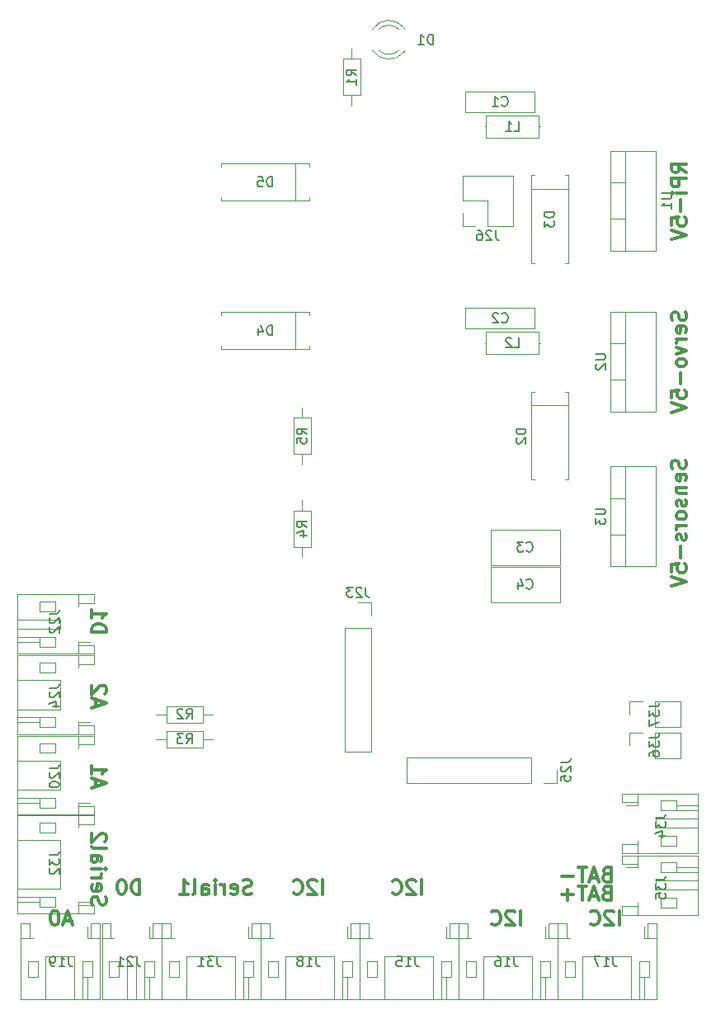
<source format=gbo>
G04 #@! TF.FileFunction,Legend,Bot*
%FSLAX46Y46*%
G04 Gerber Fmt 4.6, Leading zero omitted, Abs format (unit mm)*
G04 Created by KiCad (PCBNEW 4.0.7) date 06/01/18 16:18:16*
%MOMM*%
%LPD*%
G01*
G04 APERTURE LIST*
%ADD10C,0.100000*%
%ADD11C,0.300000*%
%ADD12C,0.120000*%
%ADD13C,0.150000*%
G04 APERTURE END LIST*
D10*
D11*
X186662143Y-98382143D02*
X186733571Y-98596429D01*
X186733571Y-98953572D01*
X186662143Y-99096429D01*
X186590714Y-99167858D01*
X186447857Y-99239286D01*
X186305000Y-99239286D01*
X186162143Y-99167858D01*
X186090714Y-99096429D01*
X186019286Y-98953572D01*
X185947857Y-98667858D01*
X185876429Y-98525000D01*
X185805000Y-98453572D01*
X185662143Y-98382143D01*
X185519286Y-98382143D01*
X185376429Y-98453572D01*
X185305000Y-98525000D01*
X185233571Y-98667858D01*
X185233571Y-99025000D01*
X185305000Y-99239286D01*
X186662143Y-100453571D02*
X186733571Y-100310714D01*
X186733571Y-100025000D01*
X186662143Y-99882143D01*
X186519286Y-99810714D01*
X185947857Y-99810714D01*
X185805000Y-99882143D01*
X185733571Y-100025000D01*
X185733571Y-100310714D01*
X185805000Y-100453571D01*
X185947857Y-100525000D01*
X186090714Y-100525000D01*
X186233571Y-99810714D01*
X185733571Y-101167857D02*
X186733571Y-101167857D01*
X185876429Y-101167857D02*
X185805000Y-101239285D01*
X185733571Y-101382143D01*
X185733571Y-101596428D01*
X185805000Y-101739285D01*
X185947857Y-101810714D01*
X186733571Y-101810714D01*
X186662143Y-102453571D02*
X186733571Y-102596428D01*
X186733571Y-102882143D01*
X186662143Y-103025000D01*
X186519286Y-103096428D01*
X186447857Y-103096428D01*
X186305000Y-103025000D01*
X186233571Y-102882143D01*
X186233571Y-102667857D01*
X186162143Y-102525000D01*
X186019286Y-102453571D01*
X185947857Y-102453571D01*
X185805000Y-102525000D01*
X185733571Y-102667857D01*
X185733571Y-102882143D01*
X185805000Y-103025000D01*
X186733571Y-103953572D02*
X186662143Y-103810714D01*
X186590714Y-103739286D01*
X186447857Y-103667857D01*
X186019286Y-103667857D01*
X185876429Y-103739286D01*
X185805000Y-103810714D01*
X185733571Y-103953572D01*
X185733571Y-104167857D01*
X185805000Y-104310714D01*
X185876429Y-104382143D01*
X186019286Y-104453572D01*
X186447857Y-104453572D01*
X186590714Y-104382143D01*
X186662143Y-104310714D01*
X186733571Y-104167857D01*
X186733571Y-103953572D01*
X186733571Y-105096429D02*
X185733571Y-105096429D01*
X186019286Y-105096429D02*
X185876429Y-105167857D01*
X185805000Y-105239286D01*
X185733571Y-105382143D01*
X185733571Y-105525000D01*
X186662143Y-105953571D02*
X186733571Y-106096428D01*
X186733571Y-106382143D01*
X186662143Y-106525000D01*
X186519286Y-106596428D01*
X186447857Y-106596428D01*
X186305000Y-106525000D01*
X186233571Y-106382143D01*
X186233571Y-106167857D01*
X186162143Y-106025000D01*
X186019286Y-105953571D01*
X185947857Y-105953571D01*
X185805000Y-106025000D01*
X185733571Y-106167857D01*
X185733571Y-106382143D01*
X185805000Y-106525000D01*
X186162143Y-107239286D02*
X186162143Y-108382143D01*
X185233571Y-109810715D02*
X185233571Y-109096429D01*
X185947857Y-109025000D01*
X185876429Y-109096429D01*
X185805000Y-109239286D01*
X185805000Y-109596429D01*
X185876429Y-109739286D01*
X185947857Y-109810715D01*
X186090714Y-109882143D01*
X186447857Y-109882143D01*
X186590714Y-109810715D01*
X186662143Y-109739286D01*
X186733571Y-109596429D01*
X186733571Y-109239286D01*
X186662143Y-109096429D01*
X186590714Y-109025000D01*
X185233571Y-110310714D02*
X186733571Y-110810714D01*
X185233571Y-111310714D01*
X186662143Y-83193572D02*
X186733571Y-83407858D01*
X186733571Y-83765001D01*
X186662143Y-83907858D01*
X186590714Y-83979287D01*
X186447857Y-84050715D01*
X186305000Y-84050715D01*
X186162143Y-83979287D01*
X186090714Y-83907858D01*
X186019286Y-83765001D01*
X185947857Y-83479287D01*
X185876429Y-83336429D01*
X185805000Y-83265001D01*
X185662143Y-83193572D01*
X185519286Y-83193572D01*
X185376429Y-83265001D01*
X185305000Y-83336429D01*
X185233571Y-83479287D01*
X185233571Y-83836429D01*
X185305000Y-84050715D01*
X186662143Y-85265000D02*
X186733571Y-85122143D01*
X186733571Y-84836429D01*
X186662143Y-84693572D01*
X186519286Y-84622143D01*
X185947857Y-84622143D01*
X185805000Y-84693572D01*
X185733571Y-84836429D01*
X185733571Y-85122143D01*
X185805000Y-85265000D01*
X185947857Y-85336429D01*
X186090714Y-85336429D01*
X186233571Y-84622143D01*
X186733571Y-85979286D02*
X185733571Y-85979286D01*
X186019286Y-85979286D02*
X185876429Y-86050714D01*
X185805000Y-86122143D01*
X185733571Y-86265000D01*
X185733571Y-86407857D01*
X185733571Y-86765000D02*
X186733571Y-87122143D01*
X185733571Y-87479285D01*
X186733571Y-88265000D02*
X186662143Y-88122142D01*
X186590714Y-88050714D01*
X186447857Y-87979285D01*
X186019286Y-87979285D01*
X185876429Y-88050714D01*
X185805000Y-88122142D01*
X185733571Y-88265000D01*
X185733571Y-88479285D01*
X185805000Y-88622142D01*
X185876429Y-88693571D01*
X186019286Y-88765000D01*
X186447857Y-88765000D01*
X186590714Y-88693571D01*
X186662143Y-88622142D01*
X186733571Y-88479285D01*
X186733571Y-88265000D01*
X186162143Y-89407857D02*
X186162143Y-90550714D01*
X185233571Y-91979286D02*
X185233571Y-91265000D01*
X185947857Y-91193571D01*
X185876429Y-91265000D01*
X185805000Y-91407857D01*
X185805000Y-91765000D01*
X185876429Y-91907857D01*
X185947857Y-91979286D01*
X186090714Y-92050714D01*
X186447857Y-92050714D01*
X186590714Y-91979286D01*
X186662143Y-91907857D01*
X186733571Y-91765000D01*
X186733571Y-91407857D01*
X186662143Y-91265000D01*
X186590714Y-91193571D01*
X185233571Y-92479285D02*
X186733571Y-92979285D01*
X185233571Y-93479285D01*
X186733571Y-68826429D02*
X186019286Y-68326429D01*
X186733571Y-67969286D02*
X185233571Y-67969286D01*
X185233571Y-68540714D01*
X185305000Y-68683572D01*
X185376429Y-68755000D01*
X185519286Y-68826429D01*
X185733571Y-68826429D01*
X185876429Y-68755000D01*
X185947857Y-68683572D01*
X186019286Y-68540714D01*
X186019286Y-67969286D01*
X186733571Y-69469286D02*
X185233571Y-69469286D01*
X185233571Y-70040714D01*
X185305000Y-70183572D01*
X185376429Y-70255000D01*
X185519286Y-70326429D01*
X185733571Y-70326429D01*
X185876429Y-70255000D01*
X185947857Y-70183572D01*
X186019286Y-70040714D01*
X186019286Y-69469286D01*
X186733571Y-70969286D02*
X185733571Y-70969286D01*
X185233571Y-70969286D02*
X185305000Y-70897857D01*
X185376429Y-70969286D01*
X185305000Y-71040714D01*
X185233571Y-70969286D01*
X185376429Y-70969286D01*
X186162143Y-71683572D02*
X186162143Y-72826429D01*
X185233571Y-74255001D02*
X185233571Y-73540715D01*
X185947857Y-73469286D01*
X185876429Y-73540715D01*
X185805000Y-73683572D01*
X185805000Y-74040715D01*
X185876429Y-74183572D01*
X185947857Y-74255001D01*
X186090714Y-74326429D01*
X186447857Y-74326429D01*
X186590714Y-74255001D01*
X186662143Y-74183572D01*
X186733571Y-74040715D01*
X186733571Y-73683572D01*
X186662143Y-73540715D01*
X186590714Y-73469286D01*
X185233571Y-74755000D02*
X186733571Y-75255000D01*
X185233571Y-75755000D01*
X178565714Y-140862857D02*
X178351428Y-140934286D01*
X178280000Y-141005714D01*
X178208571Y-141148571D01*
X178208571Y-141362857D01*
X178280000Y-141505714D01*
X178351428Y-141577143D01*
X178494286Y-141648571D01*
X179065714Y-141648571D01*
X179065714Y-140148571D01*
X178565714Y-140148571D01*
X178422857Y-140220000D01*
X178351428Y-140291429D01*
X178280000Y-140434286D01*
X178280000Y-140577143D01*
X178351428Y-140720000D01*
X178422857Y-140791429D01*
X178565714Y-140862857D01*
X179065714Y-140862857D01*
X177637143Y-141220000D02*
X176922857Y-141220000D01*
X177780000Y-141648571D02*
X177280000Y-140148571D01*
X176780000Y-141648571D01*
X176494286Y-140148571D02*
X175637143Y-140148571D01*
X176065714Y-141648571D02*
X176065714Y-140148571D01*
X175137143Y-141077143D02*
X173994286Y-141077143D01*
X178565714Y-142767857D02*
X178351428Y-142839286D01*
X178280000Y-142910714D01*
X178208571Y-143053571D01*
X178208571Y-143267857D01*
X178280000Y-143410714D01*
X178351428Y-143482143D01*
X178494286Y-143553571D01*
X179065714Y-143553571D01*
X179065714Y-142053571D01*
X178565714Y-142053571D01*
X178422857Y-142125000D01*
X178351428Y-142196429D01*
X178280000Y-142339286D01*
X178280000Y-142482143D01*
X178351428Y-142625000D01*
X178422857Y-142696429D01*
X178565714Y-142767857D01*
X179065714Y-142767857D01*
X177637143Y-143125000D02*
X176922857Y-143125000D01*
X177780000Y-143553571D02*
X177280000Y-142053571D01*
X176780000Y-143553571D01*
X176494286Y-142053571D02*
X175637143Y-142053571D01*
X176065714Y-143553571D02*
X176065714Y-142053571D01*
X175137143Y-142982143D02*
X173994286Y-142982143D01*
X174565715Y-143553571D02*
X174565715Y-142410714D01*
X123626428Y-145665000D02*
X122912142Y-145665000D01*
X123769285Y-146093571D02*
X123269285Y-144593571D01*
X122769285Y-146093571D01*
X121983571Y-144593571D02*
X121840714Y-144593571D01*
X121697857Y-144665000D01*
X121626428Y-144736429D01*
X121554999Y-144879286D01*
X121483571Y-145165000D01*
X121483571Y-145522143D01*
X121554999Y-145807857D01*
X121626428Y-145950714D01*
X121697857Y-146022143D01*
X121840714Y-146093571D01*
X121983571Y-146093571D01*
X122126428Y-146022143D01*
X122197857Y-145950714D01*
X122269285Y-145807857D01*
X122340714Y-145522143D01*
X122340714Y-145165000D01*
X122269285Y-144879286D01*
X122197857Y-144736429D01*
X122126428Y-144665000D01*
X121983571Y-144593571D01*
X125686429Y-116042142D02*
X127186429Y-116042142D01*
X127186429Y-115684999D01*
X127115000Y-115470714D01*
X126972143Y-115327856D01*
X126829286Y-115256428D01*
X126543571Y-115184999D01*
X126329286Y-115184999D01*
X126043571Y-115256428D01*
X125900714Y-115327856D01*
X125757857Y-115470714D01*
X125686429Y-115684999D01*
X125686429Y-116042142D01*
X125686429Y-113756428D02*
X125686429Y-114613571D01*
X125686429Y-114184999D02*
X127186429Y-114184999D01*
X126972143Y-114327856D01*
X126829286Y-114470714D01*
X126757857Y-114613571D01*
X126115000Y-123626428D02*
X126115000Y-122912142D01*
X125686429Y-123769285D02*
X127186429Y-123269285D01*
X125686429Y-122769285D01*
X127043571Y-122340714D02*
X127115000Y-122269285D01*
X127186429Y-122126428D01*
X127186429Y-121769285D01*
X127115000Y-121626428D01*
X127043571Y-121554999D01*
X126900714Y-121483571D01*
X126757857Y-121483571D01*
X126543571Y-121554999D01*
X125686429Y-122412142D01*
X125686429Y-121483571D01*
X126115000Y-131881428D02*
X126115000Y-131167142D01*
X125686429Y-132024285D02*
X127186429Y-131524285D01*
X125686429Y-131024285D01*
X125686429Y-129738571D02*
X125686429Y-130595714D01*
X125686429Y-130167142D02*
X127186429Y-130167142D01*
X126972143Y-130309999D01*
X126829286Y-130452857D01*
X126757857Y-130595714D01*
X179899285Y-146093571D02*
X179899285Y-144593571D01*
X179256428Y-144736429D02*
X179184999Y-144665000D01*
X179042142Y-144593571D01*
X178684999Y-144593571D01*
X178542142Y-144665000D01*
X178470713Y-144736429D01*
X178399285Y-144879286D01*
X178399285Y-145022143D01*
X178470713Y-145236429D01*
X179327856Y-146093571D01*
X178399285Y-146093571D01*
X176899285Y-145950714D02*
X176970714Y-146022143D01*
X177185000Y-146093571D01*
X177327857Y-146093571D01*
X177542142Y-146022143D01*
X177685000Y-145879286D01*
X177756428Y-145736429D01*
X177827857Y-145450714D01*
X177827857Y-145236429D01*
X177756428Y-144950714D01*
X177685000Y-144807857D01*
X177542142Y-144665000D01*
X177327857Y-144593571D01*
X177185000Y-144593571D01*
X176970714Y-144665000D01*
X176899285Y-144736429D01*
X125757857Y-144013571D02*
X125686429Y-143799285D01*
X125686429Y-143442142D01*
X125757857Y-143299285D01*
X125829286Y-143227856D01*
X125972143Y-143156428D01*
X126115000Y-143156428D01*
X126257857Y-143227856D01*
X126329286Y-143299285D01*
X126400714Y-143442142D01*
X126472143Y-143727856D01*
X126543571Y-143870714D01*
X126615000Y-143942142D01*
X126757857Y-144013571D01*
X126900714Y-144013571D01*
X127043571Y-143942142D01*
X127115000Y-143870714D01*
X127186429Y-143727856D01*
X127186429Y-143370714D01*
X127115000Y-143156428D01*
X125757857Y-141942143D02*
X125686429Y-142085000D01*
X125686429Y-142370714D01*
X125757857Y-142513571D01*
X125900714Y-142585000D01*
X126472143Y-142585000D01*
X126615000Y-142513571D01*
X126686429Y-142370714D01*
X126686429Y-142085000D01*
X126615000Y-141942143D01*
X126472143Y-141870714D01*
X126329286Y-141870714D01*
X126186429Y-142585000D01*
X125686429Y-141227857D02*
X126686429Y-141227857D01*
X126400714Y-141227857D02*
X126543571Y-141156429D01*
X126615000Y-141085000D01*
X126686429Y-140942143D01*
X126686429Y-140799286D01*
X125686429Y-140299286D02*
X126686429Y-140299286D01*
X127186429Y-140299286D02*
X127115000Y-140370715D01*
X127043571Y-140299286D01*
X127115000Y-140227858D01*
X127186429Y-140299286D01*
X127043571Y-140299286D01*
X125686429Y-138942143D02*
X126472143Y-138942143D01*
X126615000Y-139013572D01*
X126686429Y-139156429D01*
X126686429Y-139442143D01*
X126615000Y-139585000D01*
X125757857Y-138942143D02*
X125686429Y-139085000D01*
X125686429Y-139442143D01*
X125757857Y-139585000D01*
X125900714Y-139656429D01*
X126043571Y-139656429D01*
X126186429Y-139585000D01*
X126257857Y-139442143D01*
X126257857Y-139085000D01*
X126329286Y-138942143D01*
X125686429Y-138013571D02*
X125757857Y-138156429D01*
X125900714Y-138227857D01*
X127186429Y-138227857D01*
X127043571Y-137513572D02*
X127115000Y-137442143D01*
X127186429Y-137299286D01*
X127186429Y-136942143D01*
X127115000Y-136799286D01*
X127043571Y-136727857D01*
X126900714Y-136656429D01*
X126757857Y-136656429D01*
X126543571Y-136727857D01*
X125686429Y-137585000D01*
X125686429Y-136656429D01*
X169739285Y-146093571D02*
X169739285Y-144593571D01*
X169096428Y-144736429D02*
X169024999Y-144665000D01*
X168882142Y-144593571D01*
X168524999Y-144593571D01*
X168382142Y-144665000D01*
X168310713Y-144736429D01*
X168239285Y-144879286D01*
X168239285Y-145022143D01*
X168310713Y-145236429D01*
X169167856Y-146093571D01*
X168239285Y-146093571D01*
X166739285Y-145950714D02*
X166810714Y-146022143D01*
X167025000Y-146093571D01*
X167167857Y-146093571D01*
X167382142Y-146022143D01*
X167525000Y-145879286D01*
X167596428Y-145736429D01*
X167667857Y-145450714D01*
X167667857Y-145236429D01*
X167596428Y-144950714D01*
X167525000Y-144807857D01*
X167382142Y-144665000D01*
X167167857Y-144593571D01*
X167025000Y-144593571D01*
X166810714Y-144665000D01*
X166739285Y-144736429D01*
X159579285Y-142918571D02*
X159579285Y-141418571D01*
X158936428Y-141561429D02*
X158864999Y-141490000D01*
X158722142Y-141418571D01*
X158364999Y-141418571D01*
X158222142Y-141490000D01*
X158150713Y-141561429D01*
X158079285Y-141704286D01*
X158079285Y-141847143D01*
X158150713Y-142061429D01*
X159007856Y-142918571D01*
X158079285Y-142918571D01*
X156579285Y-142775714D02*
X156650714Y-142847143D01*
X156865000Y-142918571D01*
X157007857Y-142918571D01*
X157222142Y-142847143D01*
X157365000Y-142704286D01*
X157436428Y-142561429D01*
X157507857Y-142275714D01*
X157507857Y-142061429D01*
X157436428Y-141775714D01*
X157365000Y-141632857D01*
X157222142Y-141490000D01*
X157007857Y-141418571D01*
X156865000Y-141418571D01*
X156650714Y-141490000D01*
X156579285Y-141561429D01*
X149419285Y-142918571D02*
X149419285Y-141418571D01*
X148776428Y-141561429D02*
X148704999Y-141490000D01*
X148562142Y-141418571D01*
X148204999Y-141418571D01*
X148062142Y-141490000D01*
X147990713Y-141561429D01*
X147919285Y-141704286D01*
X147919285Y-141847143D01*
X147990713Y-142061429D01*
X148847856Y-142918571D01*
X147919285Y-142918571D01*
X146419285Y-142775714D02*
X146490714Y-142847143D01*
X146705000Y-142918571D01*
X146847857Y-142918571D01*
X147062142Y-142847143D01*
X147205000Y-142704286D01*
X147276428Y-142561429D01*
X147347857Y-142275714D01*
X147347857Y-142061429D01*
X147276428Y-141775714D01*
X147205000Y-141632857D01*
X147062142Y-141490000D01*
X146847857Y-141418571D01*
X146705000Y-141418571D01*
X146490714Y-141490000D01*
X146419285Y-141561429D01*
X130647142Y-142918571D02*
X130647142Y-141418571D01*
X130289999Y-141418571D01*
X130075714Y-141490000D01*
X129932856Y-141632857D01*
X129861428Y-141775714D01*
X129789999Y-142061429D01*
X129789999Y-142275714D01*
X129861428Y-142561429D01*
X129932856Y-142704286D01*
X130075714Y-142847143D01*
X130289999Y-142918571D01*
X130647142Y-142918571D01*
X128861428Y-141418571D02*
X128718571Y-141418571D01*
X128575714Y-141490000D01*
X128504285Y-141561429D01*
X128432856Y-141704286D01*
X128361428Y-141990000D01*
X128361428Y-142347143D01*
X128432856Y-142632857D01*
X128504285Y-142775714D01*
X128575714Y-142847143D01*
X128718571Y-142918571D01*
X128861428Y-142918571D01*
X129004285Y-142847143D01*
X129075714Y-142775714D01*
X129147142Y-142632857D01*
X129218571Y-142347143D01*
X129218571Y-141990000D01*
X129147142Y-141704286D01*
X129075714Y-141561429D01*
X129004285Y-141490000D01*
X128861428Y-141418571D01*
X142108571Y-142847143D02*
X141894285Y-142918571D01*
X141537142Y-142918571D01*
X141394285Y-142847143D01*
X141322856Y-142775714D01*
X141251428Y-142632857D01*
X141251428Y-142490000D01*
X141322856Y-142347143D01*
X141394285Y-142275714D01*
X141537142Y-142204286D01*
X141822856Y-142132857D01*
X141965714Y-142061429D01*
X142037142Y-141990000D01*
X142108571Y-141847143D01*
X142108571Y-141704286D01*
X142037142Y-141561429D01*
X141965714Y-141490000D01*
X141822856Y-141418571D01*
X141465714Y-141418571D01*
X141251428Y-141490000D01*
X140037143Y-142847143D02*
X140180000Y-142918571D01*
X140465714Y-142918571D01*
X140608571Y-142847143D01*
X140680000Y-142704286D01*
X140680000Y-142132857D01*
X140608571Y-141990000D01*
X140465714Y-141918571D01*
X140180000Y-141918571D01*
X140037143Y-141990000D01*
X139965714Y-142132857D01*
X139965714Y-142275714D01*
X140680000Y-142418571D01*
X139322857Y-142918571D02*
X139322857Y-141918571D01*
X139322857Y-142204286D02*
X139251429Y-142061429D01*
X139180000Y-141990000D01*
X139037143Y-141918571D01*
X138894286Y-141918571D01*
X138394286Y-142918571D02*
X138394286Y-141918571D01*
X138394286Y-141418571D02*
X138465715Y-141490000D01*
X138394286Y-141561429D01*
X138322858Y-141490000D01*
X138394286Y-141418571D01*
X138394286Y-141561429D01*
X137037143Y-142918571D02*
X137037143Y-142132857D01*
X137108572Y-141990000D01*
X137251429Y-141918571D01*
X137537143Y-141918571D01*
X137680000Y-141990000D01*
X137037143Y-142847143D02*
X137180000Y-142918571D01*
X137537143Y-142918571D01*
X137680000Y-142847143D01*
X137751429Y-142704286D01*
X137751429Y-142561429D01*
X137680000Y-142418571D01*
X137537143Y-142347143D01*
X137180000Y-142347143D01*
X137037143Y-142275714D01*
X136108571Y-142918571D02*
X136251429Y-142847143D01*
X136322857Y-142704286D01*
X136322857Y-141418571D01*
X134751429Y-142918571D02*
X135608572Y-142918571D01*
X135180000Y-142918571D02*
X135180000Y-141418571D01*
X135322857Y-141632857D01*
X135465715Y-141775714D01*
X135608572Y-141847143D01*
D12*
X154537665Y-54166392D02*
G75*
G02X157770000Y-54009484I1672335J-1078608D01*
G01*
X154537665Y-56323608D02*
G75*
G03X157770000Y-56480516I1672335J1078608D01*
G01*
X155168870Y-54165163D02*
G75*
G02X157250961Y-54165000I1041130J-1079837D01*
G01*
X155168870Y-56324837D02*
G75*
G03X157250961Y-56325000I1041130J1079837D01*
G01*
X157770000Y-54009000D02*
X157770000Y-54165000D01*
X157770000Y-56325000D02*
X157770000Y-56481000D01*
X160790000Y-153670000D02*
X160790000Y-149320000D01*
X160790000Y-149320000D02*
X155790000Y-149320000D01*
X155790000Y-149320000D02*
X155790000Y-153670000D01*
X162090000Y-147470000D02*
X162440000Y-147470000D01*
X162440000Y-147470000D02*
X162440000Y-145870000D01*
X162440000Y-145870000D02*
X163340000Y-145870000D01*
X163340000Y-145870000D02*
X163340000Y-153670000D01*
X163340000Y-153670000D02*
X153240000Y-153670000D01*
X153240000Y-153670000D02*
X153240000Y-145870000D01*
X153240000Y-145870000D02*
X154140000Y-145870000D01*
X154140000Y-145870000D02*
X154140000Y-147470000D01*
X154140000Y-147470000D02*
X154490000Y-147470000D01*
X163340000Y-147470000D02*
X162440000Y-147470000D01*
X153240000Y-147470000D02*
X154140000Y-147470000D01*
X162590000Y-149820000D02*
X162590000Y-151420000D01*
X162590000Y-151420000D02*
X161590000Y-151420000D01*
X161590000Y-151420000D02*
X161590000Y-149820000D01*
X161590000Y-149820000D02*
X162590000Y-149820000D01*
X153990000Y-149820000D02*
X153990000Y-151420000D01*
X153990000Y-151420000D02*
X154990000Y-151420000D01*
X154990000Y-151420000D02*
X154990000Y-149820000D01*
X154990000Y-149820000D02*
X153990000Y-149820000D01*
X161590000Y-151420000D02*
X161590000Y-153670000D01*
X162090000Y-151420000D02*
X162090000Y-153670000D01*
X162090000Y-147470000D02*
X162090000Y-146270000D01*
X170950000Y-153670000D02*
X170950000Y-149320000D01*
X170950000Y-149320000D02*
X165950000Y-149320000D01*
X165950000Y-149320000D02*
X165950000Y-153670000D01*
X172250000Y-147470000D02*
X172600000Y-147470000D01*
X172600000Y-147470000D02*
X172600000Y-145870000D01*
X172600000Y-145870000D02*
X173500000Y-145870000D01*
X173500000Y-145870000D02*
X173500000Y-153670000D01*
X173500000Y-153670000D02*
X163400000Y-153670000D01*
X163400000Y-153670000D02*
X163400000Y-145870000D01*
X163400000Y-145870000D02*
X164300000Y-145870000D01*
X164300000Y-145870000D02*
X164300000Y-147470000D01*
X164300000Y-147470000D02*
X164650000Y-147470000D01*
X173500000Y-147470000D02*
X172600000Y-147470000D01*
X163400000Y-147470000D02*
X164300000Y-147470000D01*
X172750000Y-149820000D02*
X172750000Y-151420000D01*
X172750000Y-151420000D02*
X171750000Y-151420000D01*
X171750000Y-151420000D02*
X171750000Y-149820000D01*
X171750000Y-149820000D02*
X172750000Y-149820000D01*
X164150000Y-149820000D02*
X164150000Y-151420000D01*
X164150000Y-151420000D02*
X165150000Y-151420000D01*
X165150000Y-151420000D02*
X165150000Y-149820000D01*
X165150000Y-149820000D02*
X164150000Y-149820000D01*
X171750000Y-151420000D02*
X171750000Y-153670000D01*
X172250000Y-151420000D02*
X172250000Y-153670000D01*
X172250000Y-147470000D02*
X172250000Y-146270000D01*
X181110000Y-153670000D02*
X181110000Y-149320000D01*
X181110000Y-149320000D02*
X176110000Y-149320000D01*
X176110000Y-149320000D02*
X176110000Y-153670000D01*
X182410000Y-147470000D02*
X182760000Y-147470000D01*
X182760000Y-147470000D02*
X182760000Y-145870000D01*
X182760000Y-145870000D02*
X183660000Y-145870000D01*
X183660000Y-145870000D02*
X183660000Y-153670000D01*
X183660000Y-153670000D02*
X173560000Y-153670000D01*
X173560000Y-153670000D02*
X173560000Y-145870000D01*
X173560000Y-145870000D02*
X174460000Y-145870000D01*
X174460000Y-145870000D02*
X174460000Y-147470000D01*
X174460000Y-147470000D02*
X174810000Y-147470000D01*
X183660000Y-147470000D02*
X182760000Y-147470000D01*
X173560000Y-147470000D02*
X174460000Y-147470000D01*
X182910000Y-149820000D02*
X182910000Y-151420000D01*
X182910000Y-151420000D02*
X181910000Y-151420000D01*
X181910000Y-151420000D02*
X181910000Y-149820000D01*
X181910000Y-149820000D02*
X182910000Y-149820000D01*
X174310000Y-149820000D02*
X174310000Y-151420000D01*
X174310000Y-151420000D02*
X175310000Y-151420000D01*
X175310000Y-151420000D02*
X175310000Y-149820000D01*
X175310000Y-149820000D02*
X174310000Y-149820000D01*
X181910000Y-151420000D02*
X181910000Y-153670000D01*
X182410000Y-151420000D02*
X182410000Y-153670000D01*
X182410000Y-147470000D02*
X182410000Y-146270000D01*
X150630000Y-153670000D02*
X150630000Y-149320000D01*
X150630000Y-149320000D02*
X145630000Y-149320000D01*
X145630000Y-149320000D02*
X145630000Y-153670000D01*
X151930000Y-147470000D02*
X152280000Y-147470000D01*
X152280000Y-147470000D02*
X152280000Y-145870000D01*
X152280000Y-145870000D02*
X153180000Y-145870000D01*
X153180000Y-145870000D02*
X153180000Y-153670000D01*
X153180000Y-153670000D02*
X143080000Y-153670000D01*
X143080000Y-153670000D02*
X143080000Y-145870000D01*
X143080000Y-145870000D02*
X143980000Y-145870000D01*
X143980000Y-145870000D02*
X143980000Y-147470000D01*
X143980000Y-147470000D02*
X144330000Y-147470000D01*
X153180000Y-147470000D02*
X152280000Y-147470000D01*
X143080000Y-147470000D02*
X143980000Y-147470000D01*
X152430000Y-149820000D02*
X152430000Y-151420000D01*
X152430000Y-151420000D02*
X151430000Y-151420000D01*
X151430000Y-151420000D02*
X151430000Y-149820000D01*
X151430000Y-149820000D02*
X152430000Y-149820000D01*
X143830000Y-149820000D02*
X143830000Y-151420000D01*
X143830000Y-151420000D02*
X144830000Y-151420000D01*
X144830000Y-151420000D02*
X144830000Y-149820000D01*
X144830000Y-149820000D02*
X143830000Y-149820000D01*
X151430000Y-151420000D02*
X151430000Y-153670000D01*
X151930000Y-151420000D02*
X151930000Y-153670000D01*
X151930000Y-147470000D02*
X151930000Y-146270000D01*
X123960000Y-153670000D02*
X123960000Y-149320000D01*
X123960000Y-149320000D02*
X120960000Y-149320000D01*
X120960000Y-149320000D02*
X120960000Y-153670000D01*
X125260000Y-147470000D02*
X125610000Y-147470000D01*
X125610000Y-147470000D02*
X125610000Y-145870000D01*
X125610000Y-145870000D02*
X126510000Y-145870000D01*
X126510000Y-145870000D02*
X126510000Y-153670000D01*
X126510000Y-153670000D02*
X118410000Y-153670000D01*
X118410000Y-153670000D02*
X118410000Y-145870000D01*
X118410000Y-145870000D02*
X119310000Y-145870000D01*
X119310000Y-145870000D02*
X119310000Y-147470000D01*
X119310000Y-147470000D02*
X119660000Y-147470000D01*
X126510000Y-147470000D02*
X125610000Y-147470000D01*
X118410000Y-147470000D02*
X119310000Y-147470000D01*
X125760000Y-149820000D02*
X125760000Y-151420000D01*
X125760000Y-151420000D02*
X124760000Y-151420000D01*
X124760000Y-151420000D02*
X124760000Y-149820000D01*
X124760000Y-149820000D02*
X125760000Y-149820000D01*
X119160000Y-149820000D02*
X119160000Y-151420000D01*
X119160000Y-151420000D02*
X120160000Y-151420000D01*
X120160000Y-151420000D02*
X120160000Y-149820000D01*
X120160000Y-149820000D02*
X119160000Y-149820000D01*
X124760000Y-151420000D02*
X124760000Y-153670000D01*
X125260000Y-151420000D02*
X125260000Y-153670000D01*
X125260000Y-147470000D02*
X125260000Y-146270000D01*
X118110000Y-132215000D02*
X122460000Y-132215000D01*
X122460000Y-132215000D02*
X122460000Y-129215000D01*
X122460000Y-129215000D02*
X118110000Y-129215000D01*
X124310000Y-133515000D02*
X124310000Y-133865000D01*
X124310000Y-133865000D02*
X125910000Y-133865000D01*
X125910000Y-133865000D02*
X125910000Y-134765000D01*
X125910000Y-134765000D02*
X118110000Y-134765000D01*
X118110000Y-134765000D02*
X118110000Y-126665000D01*
X118110000Y-126665000D02*
X125910000Y-126665000D01*
X125910000Y-126665000D02*
X125910000Y-127565000D01*
X125910000Y-127565000D02*
X124310000Y-127565000D01*
X124310000Y-127565000D02*
X124310000Y-127915000D01*
X124310000Y-134765000D02*
X124310000Y-133865000D01*
X124310000Y-126665000D02*
X124310000Y-127565000D01*
X121960000Y-134015000D02*
X120360000Y-134015000D01*
X120360000Y-134015000D02*
X120360000Y-133015000D01*
X120360000Y-133015000D02*
X121960000Y-133015000D01*
X121960000Y-133015000D02*
X121960000Y-134015000D01*
X121960000Y-127415000D02*
X120360000Y-127415000D01*
X120360000Y-127415000D02*
X120360000Y-128415000D01*
X120360000Y-128415000D02*
X121960000Y-128415000D01*
X121960000Y-128415000D02*
X121960000Y-127415000D01*
X120360000Y-133015000D02*
X118110000Y-133015000D01*
X120360000Y-133515000D02*
X118110000Y-133515000D01*
X124310000Y-133515000D02*
X125510000Y-133515000D01*
X130310000Y-153670000D02*
X130310000Y-149320000D01*
X130310000Y-149320000D02*
X129310000Y-149320000D01*
X129310000Y-149320000D02*
X129310000Y-153670000D01*
X131610000Y-147470000D02*
X131960000Y-147470000D01*
X131960000Y-147470000D02*
X131960000Y-145870000D01*
X131960000Y-145870000D02*
X132860000Y-145870000D01*
X132860000Y-145870000D02*
X132860000Y-153670000D01*
X132860000Y-153670000D02*
X126760000Y-153670000D01*
X126760000Y-153670000D02*
X126760000Y-145870000D01*
X126760000Y-145870000D02*
X127660000Y-145870000D01*
X127660000Y-145870000D02*
X127660000Y-147470000D01*
X127660000Y-147470000D02*
X128010000Y-147470000D01*
X132860000Y-147470000D02*
X131960000Y-147470000D01*
X126760000Y-147470000D02*
X127660000Y-147470000D01*
X132110000Y-149820000D02*
X132110000Y-151420000D01*
X132110000Y-151420000D02*
X131110000Y-151420000D01*
X131110000Y-151420000D02*
X131110000Y-149820000D01*
X131110000Y-149820000D02*
X132110000Y-149820000D01*
X127510000Y-149820000D02*
X127510000Y-151420000D01*
X127510000Y-151420000D02*
X128510000Y-151420000D01*
X128510000Y-151420000D02*
X128510000Y-149820000D01*
X128510000Y-149820000D02*
X127510000Y-149820000D01*
X131110000Y-151420000D02*
X131110000Y-153670000D01*
X131610000Y-151420000D02*
X131610000Y-153670000D01*
X131610000Y-147470000D02*
X131610000Y-146270000D01*
X118110000Y-115705000D02*
X122460000Y-115705000D01*
X122460000Y-115705000D02*
X122460000Y-114705000D01*
X122460000Y-114705000D02*
X118110000Y-114705000D01*
X124310000Y-117005000D02*
X124310000Y-117355000D01*
X124310000Y-117355000D02*
X125910000Y-117355000D01*
X125910000Y-117355000D02*
X125910000Y-118255000D01*
X125910000Y-118255000D02*
X118110000Y-118255000D01*
X118110000Y-118255000D02*
X118110000Y-112155000D01*
X118110000Y-112155000D02*
X125910000Y-112155000D01*
X125910000Y-112155000D02*
X125910000Y-113055000D01*
X125910000Y-113055000D02*
X124310000Y-113055000D01*
X124310000Y-113055000D02*
X124310000Y-113405000D01*
X124310000Y-118255000D02*
X124310000Y-117355000D01*
X124310000Y-112155000D02*
X124310000Y-113055000D01*
X121960000Y-117505000D02*
X120360000Y-117505000D01*
X120360000Y-117505000D02*
X120360000Y-116505000D01*
X120360000Y-116505000D02*
X121960000Y-116505000D01*
X121960000Y-116505000D02*
X121960000Y-117505000D01*
X121960000Y-112905000D02*
X120360000Y-112905000D01*
X120360000Y-112905000D02*
X120360000Y-113905000D01*
X120360000Y-113905000D02*
X121960000Y-113905000D01*
X121960000Y-113905000D02*
X121960000Y-112905000D01*
X120360000Y-116505000D02*
X118110000Y-116505000D01*
X120360000Y-117005000D02*
X118110000Y-117005000D01*
X124310000Y-117005000D02*
X125510000Y-117005000D01*
X118110000Y-123960000D02*
X122460000Y-123960000D01*
X122460000Y-123960000D02*
X122460000Y-120960000D01*
X122460000Y-120960000D02*
X118110000Y-120960000D01*
X124310000Y-125260000D02*
X124310000Y-125610000D01*
X124310000Y-125610000D02*
X125910000Y-125610000D01*
X125910000Y-125610000D02*
X125910000Y-126510000D01*
X125910000Y-126510000D02*
X118110000Y-126510000D01*
X118110000Y-126510000D02*
X118110000Y-118410000D01*
X118110000Y-118410000D02*
X125910000Y-118410000D01*
X125910000Y-118410000D02*
X125910000Y-119310000D01*
X125910000Y-119310000D02*
X124310000Y-119310000D01*
X124310000Y-119310000D02*
X124310000Y-119660000D01*
X124310000Y-126510000D02*
X124310000Y-125610000D01*
X124310000Y-118410000D02*
X124310000Y-119310000D01*
X121960000Y-125760000D02*
X120360000Y-125760000D01*
X120360000Y-125760000D02*
X120360000Y-124760000D01*
X120360000Y-124760000D02*
X121960000Y-124760000D01*
X121960000Y-124760000D02*
X121960000Y-125760000D01*
X121960000Y-119160000D02*
X120360000Y-119160000D01*
X120360000Y-119160000D02*
X120360000Y-120160000D01*
X120360000Y-120160000D02*
X121960000Y-120160000D01*
X121960000Y-120160000D02*
X121960000Y-119160000D01*
X120360000Y-124760000D02*
X118110000Y-124760000D01*
X120360000Y-125260000D02*
X118110000Y-125260000D01*
X124310000Y-125260000D02*
X125510000Y-125260000D01*
X140470000Y-153670000D02*
X140470000Y-149320000D01*
X140470000Y-149320000D02*
X135470000Y-149320000D01*
X135470000Y-149320000D02*
X135470000Y-153670000D01*
X141770000Y-147470000D02*
X142120000Y-147470000D01*
X142120000Y-147470000D02*
X142120000Y-145870000D01*
X142120000Y-145870000D02*
X143020000Y-145870000D01*
X143020000Y-145870000D02*
X143020000Y-153670000D01*
X143020000Y-153670000D02*
X132920000Y-153670000D01*
X132920000Y-153670000D02*
X132920000Y-145870000D01*
X132920000Y-145870000D02*
X133820000Y-145870000D01*
X133820000Y-145870000D02*
X133820000Y-147470000D01*
X133820000Y-147470000D02*
X134170000Y-147470000D01*
X143020000Y-147470000D02*
X142120000Y-147470000D01*
X132920000Y-147470000D02*
X133820000Y-147470000D01*
X142270000Y-149820000D02*
X142270000Y-151420000D01*
X142270000Y-151420000D02*
X141270000Y-151420000D01*
X141270000Y-151420000D02*
X141270000Y-149820000D01*
X141270000Y-149820000D02*
X142270000Y-149820000D01*
X133670000Y-149820000D02*
X133670000Y-151420000D01*
X133670000Y-151420000D02*
X134670000Y-151420000D01*
X134670000Y-151420000D02*
X134670000Y-149820000D01*
X134670000Y-149820000D02*
X133670000Y-149820000D01*
X141270000Y-151420000D02*
X141270000Y-153670000D01*
X141770000Y-151420000D02*
X141770000Y-153670000D01*
X141770000Y-147470000D02*
X141770000Y-146270000D01*
X118110000Y-142375000D02*
X122460000Y-142375000D01*
X122460000Y-142375000D02*
X122460000Y-137375000D01*
X122460000Y-137375000D02*
X118110000Y-137375000D01*
X124310000Y-143675000D02*
X124310000Y-144025000D01*
X124310000Y-144025000D02*
X125910000Y-144025000D01*
X125910000Y-144025000D02*
X125910000Y-144925000D01*
X125910000Y-144925000D02*
X118110000Y-144925000D01*
X118110000Y-144925000D02*
X118110000Y-134825000D01*
X118110000Y-134825000D02*
X125910000Y-134825000D01*
X125910000Y-134825000D02*
X125910000Y-135725000D01*
X125910000Y-135725000D02*
X124310000Y-135725000D01*
X124310000Y-135725000D02*
X124310000Y-136075000D01*
X124310000Y-144925000D02*
X124310000Y-144025000D01*
X124310000Y-134825000D02*
X124310000Y-135725000D01*
X121960000Y-144175000D02*
X120360000Y-144175000D01*
X120360000Y-144175000D02*
X120360000Y-143175000D01*
X120360000Y-143175000D02*
X121960000Y-143175000D01*
X121960000Y-143175000D02*
X121960000Y-144175000D01*
X121960000Y-135575000D02*
X120360000Y-135575000D01*
X120360000Y-135575000D02*
X120360000Y-136575000D01*
X120360000Y-136575000D02*
X121960000Y-136575000D01*
X121960000Y-136575000D02*
X121960000Y-135575000D01*
X120360000Y-143175000D02*
X118110000Y-143175000D01*
X120360000Y-143675000D02*
X118110000Y-143675000D01*
X124310000Y-143675000D02*
X125510000Y-143675000D01*
X151540000Y-57195000D02*
X153260000Y-57195000D01*
X153260000Y-57195000D02*
X153260000Y-60915000D01*
X153260000Y-60915000D02*
X151540000Y-60915000D01*
X151540000Y-60915000D02*
X151540000Y-57195000D01*
X152400000Y-56125000D02*
X152400000Y-57195000D01*
X152400000Y-61985000D02*
X152400000Y-60915000D01*
X178990000Y-66635000D02*
X178990000Y-76875000D01*
X183631000Y-66635000D02*
X183631000Y-76875000D01*
X178990000Y-66635000D02*
X183631000Y-66635000D01*
X178990000Y-76875000D02*
X183631000Y-76875000D01*
X180500000Y-66635000D02*
X180500000Y-76875000D01*
X178990000Y-69905000D02*
X180500000Y-69905000D01*
X178990000Y-73606000D02*
X180500000Y-73606000D01*
X178990000Y-83145000D02*
X178990000Y-93385000D01*
X183631000Y-83145000D02*
X183631000Y-93385000D01*
X178990000Y-83145000D02*
X183631000Y-83145000D01*
X178990000Y-93385000D02*
X183631000Y-93385000D01*
X180500000Y-83145000D02*
X180500000Y-93385000D01*
X178990000Y-86415000D02*
X180500000Y-86415000D01*
X178990000Y-90116000D02*
X180500000Y-90116000D01*
X178990000Y-99020000D02*
X178990000Y-109260000D01*
X183631000Y-99020000D02*
X183631000Y-109260000D01*
X178990000Y-99020000D02*
X183631000Y-99020000D01*
X178990000Y-109260000D02*
X183631000Y-109260000D01*
X180500000Y-99020000D02*
X180500000Y-109260000D01*
X178990000Y-102290000D02*
X180500000Y-102290000D01*
X178990000Y-105991000D02*
X180500000Y-105991000D01*
X187960000Y-135120000D02*
X183610000Y-135120000D01*
X183610000Y-135120000D02*
X183610000Y-136120000D01*
X183610000Y-136120000D02*
X187960000Y-136120000D01*
X181760000Y-133820000D02*
X181760000Y-133470000D01*
X181760000Y-133470000D02*
X180160000Y-133470000D01*
X180160000Y-133470000D02*
X180160000Y-132570000D01*
X180160000Y-132570000D02*
X187960000Y-132570000D01*
X187960000Y-132570000D02*
X187960000Y-138670000D01*
X187960000Y-138670000D02*
X180160000Y-138670000D01*
X180160000Y-138670000D02*
X180160000Y-137770000D01*
X180160000Y-137770000D02*
X181760000Y-137770000D01*
X181760000Y-137770000D02*
X181760000Y-137420000D01*
X181760000Y-132570000D02*
X181760000Y-133470000D01*
X181760000Y-138670000D02*
X181760000Y-137770000D01*
X184110000Y-133320000D02*
X185710000Y-133320000D01*
X185710000Y-133320000D02*
X185710000Y-134320000D01*
X185710000Y-134320000D02*
X184110000Y-134320000D01*
X184110000Y-134320000D02*
X184110000Y-133320000D01*
X184110000Y-137920000D02*
X185710000Y-137920000D01*
X185710000Y-137920000D02*
X185710000Y-136920000D01*
X185710000Y-136920000D02*
X184110000Y-136920000D01*
X184110000Y-136920000D02*
X184110000Y-137920000D01*
X185710000Y-134320000D02*
X187960000Y-134320000D01*
X185710000Y-133820000D02*
X187960000Y-133820000D01*
X181760000Y-133820000D02*
X180560000Y-133820000D01*
X187960000Y-141470000D02*
X183610000Y-141470000D01*
X183610000Y-141470000D02*
X183610000Y-142470000D01*
X183610000Y-142470000D02*
X187960000Y-142470000D01*
X181760000Y-140170000D02*
X181760000Y-139820000D01*
X181760000Y-139820000D02*
X180160000Y-139820000D01*
X180160000Y-139820000D02*
X180160000Y-138920000D01*
X180160000Y-138920000D02*
X187960000Y-138920000D01*
X187960000Y-138920000D02*
X187960000Y-145020000D01*
X187960000Y-145020000D02*
X180160000Y-145020000D01*
X180160000Y-145020000D02*
X180160000Y-144120000D01*
X180160000Y-144120000D02*
X181760000Y-144120000D01*
X181760000Y-144120000D02*
X181760000Y-143770000D01*
X181760000Y-138920000D02*
X181760000Y-139820000D01*
X181760000Y-145020000D02*
X181760000Y-144120000D01*
X184110000Y-139670000D02*
X185710000Y-139670000D01*
X185710000Y-139670000D02*
X185710000Y-140670000D01*
X185710000Y-140670000D02*
X184110000Y-140670000D01*
X184110000Y-140670000D02*
X184110000Y-139670000D01*
X184110000Y-144270000D02*
X185710000Y-144270000D01*
X185710000Y-144270000D02*
X185710000Y-143270000D01*
X185710000Y-143270000D02*
X184110000Y-143270000D01*
X184110000Y-143270000D02*
X184110000Y-144270000D01*
X185710000Y-140670000D02*
X187960000Y-140670000D01*
X185710000Y-140170000D02*
X187960000Y-140170000D01*
X181760000Y-140170000D02*
X180560000Y-140170000D01*
X186115000Y-126305000D02*
X186115000Y-128965000D01*
X183515000Y-126305000D02*
X186115000Y-126305000D01*
X183515000Y-128965000D02*
X186115000Y-128965000D01*
X183515000Y-126305000D02*
X183515000Y-128965000D01*
X182245000Y-126305000D02*
X180915000Y-126305000D01*
X180915000Y-126305000D02*
X180915000Y-127635000D01*
X186115000Y-123130000D02*
X186115000Y-125790000D01*
X183515000Y-123130000D02*
X186115000Y-123130000D01*
X183515000Y-125790000D02*
X186115000Y-125790000D01*
X183515000Y-123130000D02*
X183515000Y-125790000D01*
X182245000Y-123130000D02*
X180915000Y-123130000D01*
X180915000Y-123130000D02*
X180915000Y-124460000D01*
X173780000Y-105505000D02*
X166660000Y-105505000D01*
X173780000Y-109125000D02*
X166660000Y-109125000D01*
X173780000Y-105505000D02*
X173780000Y-109125000D01*
X166660000Y-105505000D02*
X166660000Y-109125000D01*
X173780000Y-109315000D02*
X166660000Y-109315000D01*
X173780000Y-112935000D02*
X166660000Y-112935000D01*
X173780000Y-109315000D02*
X173780000Y-112935000D01*
X166660000Y-109315000D02*
X166660000Y-112935000D01*
X164040000Y-62655000D02*
X171160000Y-62655000D01*
X164040000Y-60535000D02*
X171160000Y-60535000D01*
X164040000Y-62655000D02*
X164040000Y-60535000D01*
X171160000Y-62655000D02*
X171160000Y-60535000D01*
X164040000Y-84880000D02*
X171160000Y-84880000D01*
X164040000Y-82760000D02*
X171160000Y-82760000D01*
X164040000Y-84880000D02*
X164040000Y-82760000D01*
X171160000Y-84880000D02*
X171160000Y-82760000D01*
X154365000Y-128330000D02*
X151705000Y-128330000D01*
X154365000Y-115570000D02*
X154365000Y-128330000D01*
X151705000Y-115570000D02*
X151705000Y-128330000D01*
X154365000Y-115570000D02*
X151705000Y-115570000D01*
X154365000Y-114300000D02*
X154365000Y-112970000D01*
X154365000Y-112970000D02*
X153035000Y-112970000D01*
X158055000Y-131505000D02*
X158055000Y-128845000D01*
X170815000Y-131505000D02*
X158055000Y-131505000D01*
X170815000Y-128845000D02*
X158055000Y-128845000D01*
X170815000Y-131505000D02*
X170815000Y-128845000D01*
X172085000Y-131505000D02*
X173415000Y-131505000D01*
X173415000Y-131505000D02*
X173415000Y-130175000D01*
X163770000Y-69155000D02*
X168970000Y-69155000D01*
X163770000Y-71755000D02*
X163770000Y-69155000D01*
X168970000Y-74355000D02*
X168970000Y-69155000D01*
X163770000Y-71755000D02*
X166370000Y-71755000D01*
X166370000Y-71755000D02*
X166370000Y-74355000D01*
X166370000Y-74355000D02*
X168970000Y-74355000D01*
X163770000Y-73025000D02*
X163770000Y-74355000D01*
X163770000Y-74355000D02*
X165100000Y-74355000D01*
X133395000Y-125320000D02*
X133395000Y-123600000D01*
X133395000Y-123600000D02*
X137115000Y-123600000D01*
X137115000Y-123600000D02*
X137115000Y-125320000D01*
X137115000Y-125320000D02*
X133395000Y-125320000D01*
X132325000Y-124460000D02*
X133395000Y-124460000D01*
X138185000Y-124460000D02*
X137115000Y-124460000D01*
X133395000Y-127860000D02*
X133395000Y-126140000D01*
X133395000Y-126140000D02*
X137115000Y-126140000D01*
X137115000Y-126140000D02*
X137115000Y-127860000D01*
X137115000Y-127860000D02*
X133395000Y-127860000D01*
X132325000Y-127000000D02*
X133395000Y-127000000D01*
X138185000Y-127000000D02*
X137115000Y-127000000D01*
X171140000Y-91375000D02*
X170810000Y-91375000D01*
X170810000Y-91375000D02*
X170810000Y-100395000D01*
X170810000Y-100395000D02*
X171140000Y-100395000D01*
X174300000Y-91375000D02*
X174630000Y-91375000D01*
X174630000Y-91375000D02*
X174630000Y-100395000D01*
X174630000Y-100395000D02*
X174300000Y-100395000D01*
X170810000Y-92770000D02*
X174630000Y-92770000D01*
X171140000Y-69150000D02*
X170810000Y-69150000D01*
X170810000Y-69150000D02*
X170810000Y-78170000D01*
X170810000Y-78170000D02*
X171140000Y-78170000D01*
X174300000Y-69150000D02*
X174630000Y-69150000D01*
X174630000Y-69150000D02*
X174630000Y-78170000D01*
X174630000Y-78170000D02*
X174300000Y-78170000D01*
X170810000Y-70545000D02*
X174630000Y-70545000D01*
X148020000Y-83510000D02*
X148020000Y-83180000D01*
X148020000Y-83180000D02*
X139000000Y-83180000D01*
X139000000Y-83180000D02*
X139000000Y-83510000D01*
X148020000Y-86670000D02*
X148020000Y-87000000D01*
X148020000Y-87000000D02*
X139000000Y-87000000D01*
X139000000Y-87000000D02*
X139000000Y-86670000D01*
X146625000Y-83180000D02*
X146625000Y-87000000D01*
X148020000Y-68270000D02*
X148020000Y-67940000D01*
X148020000Y-67940000D02*
X139000000Y-67940000D01*
X139000000Y-67940000D02*
X139000000Y-68270000D01*
X148020000Y-71430000D02*
X148020000Y-71760000D01*
X148020000Y-71760000D02*
X139000000Y-71760000D01*
X139000000Y-71760000D02*
X139000000Y-71430000D01*
X146625000Y-67940000D02*
X146625000Y-71760000D01*
X148180000Y-107270000D02*
X146460000Y-107270000D01*
X146460000Y-107270000D02*
X146460000Y-103550000D01*
X146460000Y-103550000D02*
X148180000Y-103550000D01*
X148180000Y-103550000D02*
X148180000Y-107270000D01*
X147320000Y-108340000D02*
X147320000Y-107270000D01*
X147320000Y-102480000D02*
X147320000Y-103550000D01*
X148180000Y-97745000D02*
X146460000Y-97745000D01*
X146460000Y-97745000D02*
X146460000Y-94025000D01*
X146460000Y-94025000D02*
X148180000Y-94025000D01*
X148180000Y-94025000D02*
X148180000Y-97745000D01*
X147320000Y-98815000D02*
X147320000Y-97745000D01*
X147320000Y-92955000D02*
X147320000Y-94025000D01*
X171620000Y-62975000D02*
X171620000Y-65295000D01*
X171620000Y-65295000D02*
X166200000Y-65295000D01*
X166200000Y-65295000D02*
X166200000Y-62975000D01*
X166200000Y-62975000D02*
X171620000Y-62975000D01*
X171740000Y-64135000D02*
X171620000Y-64135000D01*
X166080000Y-64135000D02*
X166200000Y-64135000D01*
X171620000Y-85200000D02*
X171620000Y-87520000D01*
X171620000Y-87520000D02*
X166200000Y-87520000D01*
X166200000Y-87520000D02*
X166200000Y-85200000D01*
X166200000Y-85200000D02*
X171620000Y-85200000D01*
X171740000Y-86360000D02*
X171620000Y-86360000D01*
X166080000Y-86360000D02*
X166200000Y-86360000D01*
D13*
X160758095Y-55697381D02*
X160758095Y-54697381D01*
X160520000Y-54697381D01*
X160377142Y-54745000D01*
X160281904Y-54840238D01*
X160234285Y-54935476D01*
X160186666Y-55125952D01*
X160186666Y-55268810D01*
X160234285Y-55459286D01*
X160281904Y-55554524D01*
X160377142Y-55649762D01*
X160520000Y-55697381D01*
X160758095Y-55697381D01*
X159234285Y-55697381D02*
X159805714Y-55697381D01*
X159520000Y-55697381D02*
X159520000Y-54697381D01*
X159615238Y-54840238D01*
X159710476Y-54935476D01*
X159805714Y-54983095D01*
X158924523Y-149312381D02*
X158924523Y-150026667D01*
X158972143Y-150169524D01*
X159067381Y-150264762D01*
X159210238Y-150312381D01*
X159305476Y-150312381D01*
X157924523Y-150312381D02*
X158495952Y-150312381D01*
X158210238Y-150312381D02*
X158210238Y-149312381D01*
X158305476Y-149455238D01*
X158400714Y-149550476D01*
X158495952Y-149598095D01*
X157019761Y-149312381D02*
X157495952Y-149312381D01*
X157543571Y-149788571D01*
X157495952Y-149740952D01*
X157400714Y-149693333D01*
X157162618Y-149693333D01*
X157067380Y-149740952D01*
X157019761Y-149788571D01*
X156972142Y-149883810D01*
X156972142Y-150121905D01*
X157019761Y-150217143D01*
X157067380Y-150264762D01*
X157162618Y-150312381D01*
X157400714Y-150312381D01*
X157495952Y-150264762D01*
X157543571Y-150217143D01*
X169084523Y-149312381D02*
X169084523Y-150026667D01*
X169132143Y-150169524D01*
X169227381Y-150264762D01*
X169370238Y-150312381D01*
X169465476Y-150312381D01*
X168084523Y-150312381D02*
X168655952Y-150312381D01*
X168370238Y-150312381D02*
X168370238Y-149312381D01*
X168465476Y-149455238D01*
X168560714Y-149550476D01*
X168655952Y-149598095D01*
X167227380Y-149312381D02*
X167417857Y-149312381D01*
X167513095Y-149360000D01*
X167560714Y-149407619D01*
X167655952Y-149550476D01*
X167703571Y-149740952D01*
X167703571Y-150121905D01*
X167655952Y-150217143D01*
X167608333Y-150264762D01*
X167513095Y-150312381D01*
X167322618Y-150312381D01*
X167227380Y-150264762D01*
X167179761Y-150217143D01*
X167132142Y-150121905D01*
X167132142Y-149883810D01*
X167179761Y-149788571D01*
X167227380Y-149740952D01*
X167322618Y-149693333D01*
X167513095Y-149693333D01*
X167608333Y-149740952D01*
X167655952Y-149788571D01*
X167703571Y-149883810D01*
X179244523Y-149312381D02*
X179244523Y-150026667D01*
X179292143Y-150169524D01*
X179387381Y-150264762D01*
X179530238Y-150312381D01*
X179625476Y-150312381D01*
X178244523Y-150312381D02*
X178815952Y-150312381D01*
X178530238Y-150312381D02*
X178530238Y-149312381D01*
X178625476Y-149455238D01*
X178720714Y-149550476D01*
X178815952Y-149598095D01*
X177911190Y-149312381D02*
X177244523Y-149312381D01*
X177673095Y-150312381D01*
X148764523Y-149312381D02*
X148764523Y-150026667D01*
X148812143Y-150169524D01*
X148907381Y-150264762D01*
X149050238Y-150312381D01*
X149145476Y-150312381D01*
X147764523Y-150312381D02*
X148335952Y-150312381D01*
X148050238Y-150312381D02*
X148050238Y-149312381D01*
X148145476Y-149455238D01*
X148240714Y-149550476D01*
X148335952Y-149598095D01*
X147193095Y-149740952D02*
X147288333Y-149693333D01*
X147335952Y-149645714D01*
X147383571Y-149550476D01*
X147383571Y-149502857D01*
X147335952Y-149407619D01*
X147288333Y-149360000D01*
X147193095Y-149312381D01*
X147002618Y-149312381D01*
X146907380Y-149360000D01*
X146859761Y-149407619D01*
X146812142Y-149502857D01*
X146812142Y-149550476D01*
X146859761Y-149645714D01*
X146907380Y-149693333D01*
X147002618Y-149740952D01*
X147193095Y-149740952D01*
X147288333Y-149788571D01*
X147335952Y-149836190D01*
X147383571Y-149931429D01*
X147383571Y-150121905D01*
X147335952Y-150217143D01*
X147288333Y-150264762D01*
X147193095Y-150312381D01*
X147002618Y-150312381D01*
X146907380Y-150264762D01*
X146859761Y-150217143D01*
X146812142Y-150121905D01*
X146812142Y-149931429D01*
X146859761Y-149836190D01*
X146907380Y-149788571D01*
X147002618Y-149740952D01*
X123364523Y-149312381D02*
X123364523Y-150026667D01*
X123412143Y-150169524D01*
X123507381Y-150264762D01*
X123650238Y-150312381D01*
X123745476Y-150312381D01*
X122364523Y-150312381D02*
X122935952Y-150312381D01*
X122650238Y-150312381D02*
X122650238Y-149312381D01*
X122745476Y-149455238D01*
X122840714Y-149550476D01*
X122935952Y-149598095D01*
X121888333Y-150312381D02*
X121697857Y-150312381D01*
X121602618Y-150264762D01*
X121554999Y-150217143D01*
X121459761Y-150074286D01*
X121412142Y-149883810D01*
X121412142Y-149502857D01*
X121459761Y-149407619D01*
X121507380Y-149360000D01*
X121602618Y-149312381D01*
X121793095Y-149312381D01*
X121888333Y-149360000D01*
X121935952Y-149407619D01*
X121983571Y-149502857D01*
X121983571Y-149740952D01*
X121935952Y-149836190D01*
X121888333Y-149883810D01*
X121793095Y-149931429D01*
X121602618Y-149931429D01*
X121507380Y-149883810D01*
X121459761Y-149836190D01*
X121412142Y-149740952D01*
X121372381Y-130000477D02*
X122086667Y-130000477D01*
X122229524Y-129952857D01*
X122324762Y-129857619D01*
X122372381Y-129714762D01*
X122372381Y-129619524D01*
X121467619Y-130429048D02*
X121420000Y-130476667D01*
X121372381Y-130571905D01*
X121372381Y-130810001D01*
X121420000Y-130905239D01*
X121467619Y-130952858D01*
X121562857Y-131000477D01*
X121658095Y-131000477D01*
X121800952Y-130952858D01*
X122372381Y-130381429D01*
X122372381Y-131000477D01*
X121372381Y-131619524D02*
X121372381Y-131714763D01*
X121420000Y-131810001D01*
X121467619Y-131857620D01*
X121562857Y-131905239D01*
X121753333Y-131952858D01*
X121991429Y-131952858D01*
X122181905Y-131905239D01*
X122277143Y-131857620D01*
X122324762Y-131810001D01*
X122372381Y-131714763D01*
X122372381Y-131619524D01*
X122324762Y-131524286D01*
X122277143Y-131476667D01*
X122181905Y-131429048D01*
X121991429Y-131381429D01*
X121753333Y-131381429D01*
X121562857Y-131429048D01*
X121467619Y-131476667D01*
X121420000Y-131524286D01*
X121372381Y-131619524D01*
X130349523Y-149312381D02*
X130349523Y-150026667D01*
X130397143Y-150169524D01*
X130492381Y-150264762D01*
X130635238Y-150312381D01*
X130730476Y-150312381D01*
X129920952Y-149407619D02*
X129873333Y-149360000D01*
X129778095Y-149312381D01*
X129539999Y-149312381D01*
X129444761Y-149360000D01*
X129397142Y-149407619D01*
X129349523Y-149502857D01*
X129349523Y-149598095D01*
X129397142Y-149740952D01*
X129968571Y-150312381D01*
X129349523Y-150312381D01*
X128397142Y-150312381D02*
X128968571Y-150312381D01*
X128682857Y-150312381D02*
X128682857Y-149312381D01*
X128778095Y-149455238D01*
X128873333Y-149550476D01*
X128968571Y-149598095D01*
X121372381Y-114125477D02*
X122086667Y-114125477D01*
X122229524Y-114077857D01*
X122324762Y-113982619D01*
X122372381Y-113839762D01*
X122372381Y-113744524D01*
X121467619Y-114554048D02*
X121420000Y-114601667D01*
X121372381Y-114696905D01*
X121372381Y-114935001D01*
X121420000Y-115030239D01*
X121467619Y-115077858D01*
X121562857Y-115125477D01*
X121658095Y-115125477D01*
X121800952Y-115077858D01*
X122372381Y-114506429D01*
X122372381Y-115125477D01*
X121467619Y-115506429D02*
X121420000Y-115554048D01*
X121372381Y-115649286D01*
X121372381Y-115887382D01*
X121420000Y-115982620D01*
X121467619Y-116030239D01*
X121562857Y-116077858D01*
X121658095Y-116077858D01*
X121800952Y-116030239D01*
X122372381Y-115458810D01*
X122372381Y-116077858D01*
X121372381Y-121745477D02*
X122086667Y-121745477D01*
X122229524Y-121697857D01*
X122324762Y-121602619D01*
X122372381Y-121459762D01*
X122372381Y-121364524D01*
X121467619Y-122174048D02*
X121420000Y-122221667D01*
X121372381Y-122316905D01*
X121372381Y-122555001D01*
X121420000Y-122650239D01*
X121467619Y-122697858D01*
X121562857Y-122745477D01*
X121658095Y-122745477D01*
X121800952Y-122697858D01*
X122372381Y-122126429D01*
X122372381Y-122745477D01*
X121705714Y-123602620D02*
X122372381Y-123602620D01*
X121324762Y-123364524D02*
X122039048Y-123126429D01*
X122039048Y-123745477D01*
X138604523Y-149312381D02*
X138604523Y-150026667D01*
X138652143Y-150169524D01*
X138747381Y-150264762D01*
X138890238Y-150312381D01*
X138985476Y-150312381D01*
X138223571Y-149312381D02*
X137604523Y-149312381D01*
X137937857Y-149693333D01*
X137794999Y-149693333D01*
X137699761Y-149740952D01*
X137652142Y-149788571D01*
X137604523Y-149883810D01*
X137604523Y-150121905D01*
X137652142Y-150217143D01*
X137699761Y-150264762D01*
X137794999Y-150312381D01*
X138080714Y-150312381D01*
X138175952Y-150264762D01*
X138223571Y-150217143D01*
X136652142Y-150312381D02*
X137223571Y-150312381D01*
X136937857Y-150312381D02*
X136937857Y-149312381D01*
X137033095Y-149455238D01*
X137128333Y-149550476D01*
X137223571Y-149598095D01*
X121372381Y-138890477D02*
X122086667Y-138890477D01*
X122229524Y-138842857D01*
X122324762Y-138747619D01*
X122372381Y-138604762D01*
X122372381Y-138509524D01*
X121372381Y-139271429D02*
X121372381Y-139890477D01*
X121753333Y-139557143D01*
X121753333Y-139700001D01*
X121800952Y-139795239D01*
X121848571Y-139842858D01*
X121943810Y-139890477D01*
X122181905Y-139890477D01*
X122277143Y-139842858D01*
X122324762Y-139795239D01*
X122372381Y-139700001D01*
X122372381Y-139414286D01*
X122324762Y-139319048D01*
X122277143Y-139271429D01*
X121467619Y-140271429D02*
X121420000Y-140319048D01*
X121372381Y-140414286D01*
X121372381Y-140652382D01*
X121420000Y-140747620D01*
X121467619Y-140795239D01*
X121562857Y-140842858D01*
X121658095Y-140842858D01*
X121800952Y-140795239D01*
X122372381Y-140223810D01*
X122372381Y-140842858D01*
X152852381Y-58888334D02*
X152376190Y-58555000D01*
X152852381Y-58316905D02*
X151852381Y-58316905D01*
X151852381Y-58697858D01*
X151900000Y-58793096D01*
X151947619Y-58840715D01*
X152042857Y-58888334D01*
X152185714Y-58888334D01*
X152280952Y-58840715D01*
X152328571Y-58793096D01*
X152376190Y-58697858D01*
X152376190Y-58316905D01*
X152852381Y-59840715D02*
X152852381Y-59269286D01*
X152852381Y-59555000D02*
X151852381Y-59555000D01*
X151995238Y-59459762D01*
X152090476Y-59364524D01*
X152138095Y-59269286D01*
X184237381Y-70993095D02*
X185046905Y-70993095D01*
X185142143Y-71040714D01*
X185189762Y-71088333D01*
X185237381Y-71183571D01*
X185237381Y-71374048D01*
X185189762Y-71469286D01*
X185142143Y-71516905D01*
X185046905Y-71564524D01*
X184237381Y-71564524D01*
X185237381Y-72564524D02*
X185237381Y-71993095D01*
X185237381Y-72278809D02*
X184237381Y-72278809D01*
X184380238Y-72183571D01*
X184475476Y-72088333D01*
X184523095Y-71993095D01*
X177442381Y-87503095D02*
X178251905Y-87503095D01*
X178347143Y-87550714D01*
X178394762Y-87598333D01*
X178442381Y-87693571D01*
X178442381Y-87884048D01*
X178394762Y-87979286D01*
X178347143Y-88026905D01*
X178251905Y-88074524D01*
X177442381Y-88074524D01*
X177537619Y-88503095D02*
X177490000Y-88550714D01*
X177442381Y-88645952D01*
X177442381Y-88884048D01*
X177490000Y-88979286D01*
X177537619Y-89026905D01*
X177632857Y-89074524D01*
X177728095Y-89074524D01*
X177870952Y-89026905D01*
X178442381Y-88455476D01*
X178442381Y-89074524D01*
X177442381Y-103378095D02*
X178251905Y-103378095D01*
X178347143Y-103425714D01*
X178394762Y-103473333D01*
X178442381Y-103568571D01*
X178442381Y-103759048D01*
X178394762Y-103854286D01*
X178347143Y-103901905D01*
X178251905Y-103949524D01*
X177442381Y-103949524D01*
X177442381Y-104330476D02*
X177442381Y-104949524D01*
X177823333Y-104616190D01*
X177823333Y-104759048D01*
X177870952Y-104854286D01*
X177918571Y-104901905D01*
X178013810Y-104949524D01*
X178251905Y-104949524D01*
X178347143Y-104901905D01*
X178394762Y-104854286D01*
X178442381Y-104759048D01*
X178442381Y-104473333D01*
X178394762Y-104378095D01*
X178347143Y-104330476D01*
X183602381Y-135080477D02*
X184316667Y-135080477D01*
X184459524Y-135032857D01*
X184554762Y-134937619D01*
X184602381Y-134794762D01*
X184602381Y-134699524D01*
X183602381Y-135461429D02*
X183602381Y-136080477D01*
X183983333Y-135747143D01*
X183983333Y-135890001D01*
X184030952Y-135985239D01*
X184078571Y-136032858D01*
X184173810Y-136080477D01*
X184411905Y-136080477D01*
X184507143Y-136032858D01*
X184554762Y-135985239D01*
X184602381Y-135890001D01*
X184602381Y-135604286D01*
X184554762Y-135509048D01*
X184507143Y-135461429D01*
X183935714Y-136937620D02*
X184602381Y-136937620D01*
X183554762Y-136699524D02*
X184269048Y-136461429D01*
X184269048Y-137080477D01*
X183602381Y-141430477D02*
X184316667Y-141430477D01*
X184459524Y-141382857D01*
X184554762Y-141287619D01*
X184602381Y-141144762D01*
X184602381Y-141049524D01*
X183602381Y-141811429D02*
X183602381Y-142430477D01*
X183983333Y-142097143D01*
X183983333Y-142240001D01*
X184030952Y-142335239D01*
X184078571Y-142382858D01*
X184173810Y-142430477D01*
X184411905Y-142430477D01*
X184507143Y-142382858D01*
X184554762Y-142335239D01*
X184602381Y-142240001D01*
X184602381Y-141954286D01*
X184554762Y-141859048D01*
X184507143Y-141811429D01*
X183602381Y-143335239D02*
X183602381Y-142859048D01*
X184078571Y-142811429D01*
X184030952Y-142859048D01*
X183983333Y-142954286D01*
X183983333Y-143192382D01*
X184030952Y-143287620D01*
X184078571Y-143335239D01*
X184173810Y-143382858D01*
X184411905Y-143382858D01*
X184507143Y-143335239D01*
X184554762Y-143287620D01*
X184602381Y-143192382D01*
X184602381Y-142954286D01*
X184554762Y-142859048D01*
X184507143Y-142811429D01*
X182967381Y-126825477D02*
X183681667Y-126825477D01*
X183824524Y-126777857D01*
X183919762Y-126682619D01*
X183967381Y-126539762D01*
X183967381Y-126444524D01*
X182967381Y-127206429D02*
X182967381Y-127825477D01*
X183348333Y-127492143D01*
X183348333Y-127635001D01*
X183395952Y-127730239D01*
X183443571Y-127777858D01*
X183538810Y-127825477D01*
X183776905Y-127825477D01*
X183872143Y-127777858D01*
X183919762Y-127730239D01*
X183967381Y-127635001D01*
X183967381Y-127349286D01*
X183919762Y-127254048D01*
X183872143Y-127206429D01*
X182967381Y-128682620D02*
X182967381Y-128492143D01*
X183015000Y-128396905D01*
X183062619Y-128349286D01*
X183205476Y-128254048D01*
X183395952Y-128206429D01*
X183776905Y-128206429D01*
X183872143Y-128254048D01*
X183919762Y-128301667D01*
X183967381Y-128396905D01*
X183967381Y-128587382D01*
X183919762Y-128682620D01*
X183872143Y-128730239D01*
X183776905Y-128777858D01*
X183538810Y-128777858D01*
X183443571Y-128730239D01*
X183395952Y-128682620D01*
X183348333Y-128587382D01*
X183348333Y-128396905D01*
X183395952Y-128301667D01*
X183443571Y-128254048D01*
X183538810Y-128206429D01*
X182967381Y-123650477D02*
X183681667Y-123650477D01*
X183824524Y-123602857D01*
X183919762Y-123507619D01*
X183967381Y-123364762D01*
X183967381Y-123269524D01*
X182967381Y-124031429D02*
X182967381Y-124650477D01*
X183348333Y-124317143D01*
X183348333Y-124460001D01*
X183395952Y-124555239D01*
X183443571Y-124602858D01*
X183538810Y-124650477D01*
X183776905Y-124650477D01*
X183872143Y-124602858D01*
X183919762Y-124555239D01*
X183967381Y-124460001D01*
X183967381Y-124174286D01*
X183919762Y-124079048D01*
X183872143Y-124031429D01*
X182967381Y-124983810D02*
X182967381Y-125650477D01*
X183967381Y-125221905D01*
X170346666Y-107672143D02*
X170394285Y-107719762D01*
X170537142Y-107767381D01*
X170632380Y-107767381D01*
X170775238Y-107719762D01*
X170870476Y-107624524D01*
X170918095Y-107529286D01*
X170965714Y-107338810D01*
X170965714Y-107195952D01*
X170918095Y-107005476D01*
X170870476Y-106910238D01*
X170775238Y-106815000D01*
X170632380Y-106767381D01*
X170537142Y-106767381D01*
X170394285Y-106815000D01*
X170346666Y-106862619D01*
X170013333Y-106767381D02*
X169394285Y-106767381D01*
X169727619Y-107148333D01*
X169584761Y-107148333D01*
X169489523Y-107195952D01*
X169441904Y-107243571D01*
X169394285Y-107338810D01*
X169394285Y-107576905D01*
X169441904Y-107672143D01*
X169489523Y-107719762D01*
X169584761Y-107767381D01*
X169870476Y-107767381D01*
X169965714Y-107719762D01*
X170013333Y-107672143D01*
X170346666Y-111482143D02*
X170394285Y-111529762D01*
X170537142Y-111577381D01*
X170632380Y-111577381D01*
X170775238Y-111529762D01*
X170870476Y-111434524D01*
X170918095Y-111339286D01*
X170965714Y-111148810D01*
X170965714Y-111005952D01*
X170918095Y-110815476D01*
X170870476Y-110720238D01*
X170775238Y-110625000D01*
X170632380Y-110577381D01*
X170537142Y-110577381D01*
X170394285Y-110625000D01*
X170346666Y-110672619D01*
X169489523Y-110910714D02*
X169489523Y-111577381D01*
X169727619Y-110529762D02*
X169965714Y-111244048D01*
X169346666Y-111244048D01*
X167806666Y-61952143D02*
X167854285Y-61999762D01*
X167997142Y-62047381D01*
X168092380Y-62047381D01*
X168235238Y-61999762D01*
X168330476Y-61904524D01*
X168378095Y-61809286D01*
X168425714Y-61618810D01*
X168425714Y-61475952D01*
X168378095Y-61285476D01*
X168330476Y-61190238D01*
X168235238Y-61095000D01*
X168092380Y-61047381D01*
X167997142Y-61047381D01*
X167854285Y-61095000D01*
X167806666Y-61142619D01*
X166854285Y-62047381D02*
X167425714Y-62047381D01*
X167140000Y-62047381D02*
X167140000Y-61047381D01*
X167235238Y-61190238D01*
X167330476Y-61285476D01*
X167425714Y-61333095D01*
X167806666Y-84177143D02*
X167854285Y-84224762D01*
X167997142Y-84272381D01*
X168092380Y-84272381D01*
X168235238Y-84224762D01*
X168330476Y-84129524D01*
X168378095Y-84034286D01*
X168425714Y-83843810D01*
X168425714Y-83700952D01*
X168378095Y-83510476D01*
X168330476Y-83415238D01*
X168235238Y-83320000D01*
X168092380Y-83272381D01*
X167997142Y-83272381D01*
X167854285Y-83320000D01*
X167806666Y-83367619D01*
X167425714Y-83367619D02*
X167378095Y-83320000D01*
X167282857Y-83272381D01*
X167044761Y-83272381D01*
X166949523Y-83320000D01*
X166901904Y-83367619D01*
X166854285Y-83462857D01*
X166854285Y-83558095D01*
X166901904Y-83700952D01*
X167473333Y-84272381D01*
X166854285Y-84272381D01*
X153844523Y-111422381D02*
X153844523Y-112136667D01*
X153892143Y-112279524D01*
X153987381Y-112374762D01*
X154130238Y-112422381D01*
X154225476Y-112422381D01*
X153415952Y-111517619D02*
X153368333Y-111470000D01*
X153273095Y-111422381D01*
X153034999Y-111422381D01*
X152939761Y-111470000D01*
X152892142Y-111517619D01*
X152844523Y-111612857D01*
X152844523Y-111708095D01*
X152892142Y-111850952D01*
X153463571Y-112422381D01*
X152844523Y-112422381D01*
X152511190Y-111422381D02*
X151892142Y-111422381D01*
X152225476Y-111803333D01*
X152082618Y-111803333D01*
X151987380Y-111850952D01*
X151939761Y-111898571D01*
X151892142Y-111993810D01*
X151892142Y-112231905D01*
X151939761Y-112327143D01*
X151987380Y-112374762D01*
X152082618Y-112422381D01*
X152368333Y-112422381D01*
X152463571Y-112374762D01*
X152511190Y-112327143D01*
X173867381Y-129365477D02*
X174581667Y-129365477D01*
X174724524Y-129317857D01*
X174819762Y-129222619D01*
X174867381Y-129079762D01*
X174867381Y-128984524D01*
X173962619Y-129794048D02*
X173915000Y-129841667D01*
X173867381Y-129936905D01*
X173867381Y-130175001D01*
X173915000Y-130270239D01*
X173962619Y-130317858D01*
X174057857Y-130365477D01*
X174153095Y-130365477D01*
X174295952Y-130317858D01*
X174867381Y-129746429D01*
X174867381Y-130365477D01*
X173867381Y-131270239D02*
X173867381Y-130794048D01*
X174343571Y-130746429D01*
X174295952Y-130794048D01*
X174248333Y-130889286D01*
X174248333Y-131127382D01*
X174295952Y-131222620D01*
X174343571Y-131270239D01*
X174438810Y-131317858D01*
X174676905Y-131317858D01*
X174772143Y-131270239D01*
X174819762Y-131222620D01*
X174867381Y-131127382D01*
X174867381Y-130889286D01*
X174819762Y-130794048D01*
X174772143Y-130746429D01*
X167179523Y-74807381D02*
X167179523Y-75521667D01*
X167227143Y-75664524D01*
X167322381Y-75759762D01*
X167465238Y-75807381D01*
X167560476Y-75807381D01*
X166750952Y-74902619D02*
X166703333Y-74855000D01*
X166608095Y-74807381D01*
X166369999Y-74807381D01*
X166274761Y-74855000D01*
X166227142Y-74902619D01*
X166179523Y-74997857D01*
X166179523Y-75093095D01*
X166227142Y-75235952D01*
X166798571Y-75807381D01*
X166179523Y-75807381D01*
X165322380Y-74807381D02*
X165512857Y-74807381D01*
X165608095Y-74855000D01*
X165655714Y-74902619D01*
X165750952Y-75045476D01*
X165798571Y-75235952D01*
X165798571Y-75616905D01*
X165750952Y-75712143D01*
X165703333Y-75759762D01*
X165608095Y-75807381D01*
X165417618Y-75807381D01*
X165322380Y-75759762D01*
X165274761Y-75712143D01*
X165227142Y-75616905D01*
X165227142Y-75378810D01*
X165274761Y-75283571D01*
X165322380Y-75235952D01*
X165417618Y-75188333D01*
X165608095Y-75188333D01*
X165703333Y-75235952D01*
X165750952Y-75283571D01*
X165798571Y-75378810D01*
X135421666Y-124912381D02*
X135755000Y-124436190D01*
X135993095Y-124912381D02*
X135993095Y-123912381D01*
X135612142Y-123912381D01*
X135516904Y-123960000D01*
X135469285Y-124007619D01*
X135421666Y-124102857D01*
X135421666Y-124245714D01*
X135469285Y-124340952D01*
X135516904Y-124388571D01*
X135612142Y-124436190D01*
X135993095Y-124436190D01*
X135040714Y-124007619D02*
X134993095Y-123960000D01*
X134897857Y-123912381D01*
X134659761Y-123912381D01*
X134564523Y-123960000D01*
X134516904Y-124007619D01*
X134469285Y-124102857D01*
X134469285Y-124198095D01*
X134516904Y-124340952D01*
X135088333Y-124912381D01*
X134469285Y-124912381D01*
X135421666Y-127452381D02*
X135755000Y-126976190D01*
X135993095Y-127452381D02*
X135993095Y-126452381D01*
X135612142Y-126452381D01*
X135516904Y-126500000D01*
X135469285Y-126547619D01*
X135421666Y-126642857D01*
X135421666Y-126785714D01*
X135469285Y-126880952D01*
X135516904Y-126928571D01*
X135612142Y-126976190D01*
X135993095Y-126976190D01*
X135088333Y-126452381D02*
X134469285Y-126452381D01*
X134802619Y-126833333D01*
X134659761Y-126833333D01*
X134564523Y-126880952D01*
X134516904Y-126928571D01*
X134469285Y-127023810D01*
X134469285Y-127261905D01*
X134516904Y-127357143D01*
X134564523Y-127404762D01*
X134659761Y-127452381D01*
X134945476Y-127452381D01*
X135040714Y-127404762D01*
X135088333Y-127357143D01*
X170262381Y-95146905D02*
X169262381Y-95146905D01*
X169262381Y-95385000D01*
X169310000Y-95527858D01*
X169405238Y-95623096D01*
X169500476Y-95670715D01*
X169690952Y-95718334D01*
X169833810Y-95718334D01*
X170024286Y-95670715D01*
X170119524Y-95623096D01*
X170214762Y-95527858D01*
X170262381Y-95385000D01*
X170262381Y-95146905D01*
X169357619Y-96099286D02*
X169310000Y-96146905D01*
X169262381Y-96242143D01*
X169262381Y-96480239D01*
X169310000Y-96575477D01*
X169357619Y-96623096D01*
X169452857Y-96670715D01*
X169548095Y-96670715D01*
X169690952Y-96623096D01*
X170262381Y-96051667D01*
X170262381Y-96670715D01*
X173172381Y-72921905D02*
X172172381Y-72921905D01*
X172172381Y-73160000D01*
X172220000Y-73302858D01*
X172315238Y-73398096D01*
X172410476Y-73445715D01*
X172600952Y-73493334D01*
X172743810Y-73493334D01*
X172934286Y-73445715D01*
X173029524Y-73398096D01*
X173124762Y-73302858D01*
X173172381Y-73160000D01*
X173172381Y-72921905D01*
X172172381Y-73826667D02*
X172172381Y-74445715D01*
X172553333Y-74112381D01*
X172553333Y-74255239D01*
X172600952Y-74350477D01*
X172648571Y-74398096D01*
X172743810Y-74445715D01*
X172981905Y-74445715D01*
X173077143Y-74398096D01*
X173124762Y-74350477D01*
X173172381Y-74255239D01*
X173172381Y-73969524D01*
X173124762Y-73874286D01*
X173077143Y-73826667D01*
X144248095Y-85542381D02*
X144248095Y-84542381D01*
X144010000Y-84542381D01*
X143867142Y-84590000D01*
X143771904Y-84685238D01*
X143724285Y-84780476D01*
X143676666Y-84970952D01*
X143676666Y-85113810D01*
X143724285Y-85304286D01*
X143771904Y-85399524D01*
X143867142Y-85494762D01*
X144010000Y-85542381D01*
X144248095Y-85542381D01*
X142819523Y-84875714D02*
X142819523Y-85542381D01*
X143057619Y-84494762D02*
X143295714Y-85209048D01*
X142676666Y-85209048D01*
X144248095Y-70302381D02*
X144248095Y-69302381D01*
X144010000Y-69302381D01*
X143867142Y-69350000D01*
X143771904Y-69445238D01*
X143724285Y-69540476D01*
X143676666Y-69730952D01*
X143676666Y-69873810D01*
X143724285Y-70064286D01*
X143771904Y-70159524D01*
X143867142Y-70254762D01*
X144010000Y-70302381D01*
X144248095Y-70302381D01*
X142771904Y-69302381D02*
X143248095Y-69302381D01*
X143295714Y-69778571D01*
X143248095Y-69730952D01*
X143152857Y-69683333D01*
X142914761Y-69683333D01*
X142819523Y-69730952D01*
X142771904Y-69778571D01*
X142724285Y-69873810D01*
X142724285Y-70111905D01*
X142771904Y-70207143D01*
X142819523Y-70254762D01*
X142914761Y-70302381D01*
X143152857Y-70302381D01*
X143248095Y-70254762D01*
X143295714Y-70207143D01*
X147772381Y-105243334D02*
X147296190Y-104910000D01*
X147772381Y-104671905D02*
X146772381Y-104671905D01*
X146772381Y-105052858D01*
X146820000Y-105148096D01*
X146867619Y-105195715D01*
X146962857Y-105243334D01*
X147105714Y-105243334D01*
X147200952Y-105195715D01*
X147248571Y-105148096D01*
X147296190Y-105052858D01*
X147296190Y-104671905D01*
X147105714Y-106100477D02*
X147772381Y-106100477D01*
X146724762Y-105862381D02*
X147439048Y-105624286D01*
X147439048Y-106243334D01*
X147772381Y-95718334D02*
X147296190Y-95385000D01*
X147772381Y-95146905D02*
X146772381Y-95146905D01*
X146772381Y-95527858D01*
X146820000Y-95623096D01*
X146867619Y-95670715D01*
X146962857Y-95718334D01*
X147105714Y-95718334D01*
X147200952Y-95670715D01*
X147248571Y-95623096D01*
X147296190Y-95527858D01*
X147296190Y-95146905D01*
X146772381Y-96623096D02*
X146772381Y-96146905D01*
X147248571Y-96099286D01*
X147200952Y-96146905D01*
X147153333Y-96242143D01*
X147153333Y-96480239D01*
X147200952Y-96575477D01*
X147248571Y-96623096D01*
X147343810Y-96670715D01*
X147581905Y-96670715D01*
X147677143Y-96623096D01*
X147724762Y-96575477D01*
X147772381Y-96480239D01*
X147772381Y-96242143D01*
X147724762Y-96146905D01*
X147677143Y-96099286D01*
X169076666Y-64587381D02*
X169552857Y-64587381D01*
X169552857Y-63587381D01*
X168219523Y-64587381D02*
X168790952Y-64587381D01*
X168505238Y-64587381D02*
X168505238Y-63587381D01*
X168600476Y-63730238D01*
X168695714Y-63825476D01*
X168790952Y-63873095D01*
X169076666Y-86812381D02*
X169552857Y-86812381D01*
X169552857Y-85812381D01*
X168790952Y-85907619D02*
X168743333Y-85860000D01*
X168648095Y-85812381D01*
X168409999Y-85812381D01*
X168314761Y-85860000D01*
X168267142Y-85907619D01*
X168219523Y-86002857D01*
X168219523Y-86098095D01*
X168267142Y-86240952D01*
X168838571Y-86812381D01*
X168219523Y-86812381D01*
M02*

</source>
